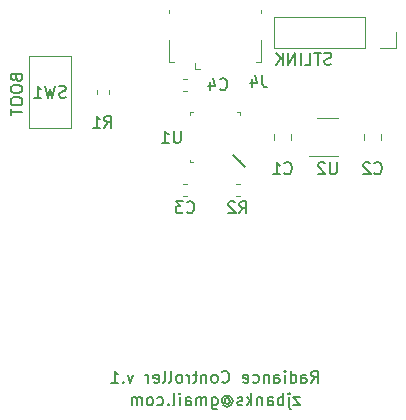
<source format=gbr>
G04 #@! TF.GenerationSoftware,KiCad,Pcbnew,5.1.2-f72e74a~84~ubuntu16.04.1*
G04 #@! TF.CreationDate,2019-07-14T12:51:28-04:00*
G04 #@! TF.ProjectId,radiance_controller,72616469-616e-4636-955f-636f6e74726f,rev?*
G04 #@! TF.SameCoordinates,Original*
G04 #@! TF.FileFunction,Legend,Bot*
G04 #@! TF.FilePolarity,Positive*
%FSLAX46Y46*%
G04 Gerber Fmt 4.6, Leading zero omitted, Abs format (unit mm)*
G04 Created by KiCad (PCBNEW 5.1.2-f72e74a~84~ubuntu16.04.1) date 2019-07-14 12:51:28*
%MOMM*%
%LPD*%
G04 APERTURE LIST*
%ADD10C,0.150000*%
%ADD11C,0.120000*%
G04 APERTURE END LIST*
D10*
X51744571Y-56554857D02*
X51792190Y-56697714D01*
X51839809Y-56745333D01*
X51935047Y-56792952D01*
X52077904Y-56792952D01*
X52173142Y-56745333D01*
X52220761Y-56697714D01*
X52268380Y-56602476D01*
X52268380Y-56221523D01*
X51268380Y-56221523D01*
X51268380Y-56554857D01*
X51316000Y-56650095D01*
X51363619Y-56697714D01*
X51458857Y-56745333D01*
X51554095Y-56745333D01*
X51649333Y-56697714D01*
X51696952Y-56650095D01*
X51744571Y-56554857D01*
X51744571Y-56221523D01*
X51268380Y-57412000D02*
X51268380Y-57602476D01*
X51316000Y-57697714D01*
X51411238Y-57792952D01*
X51601714Y-57840571D01*
X51935047Y-57840571D01*
X52125523Y-57792952D01*
X52220761Y-57697714D01*
X52268380Y-57602476D01*
X52268380Y-57412000D01*
X52220761Y-57316761D01*
X52125523Y-57221523D01*
X51935047Y-57173904D01*
X51601714Y-57173904D01*
X51411238Y-57221523D01*
X51316000Y-57316761D01*
X51268380Y-57412000D01*
X51268380Y-58459619D02*
X51268380Y-58650095D01*
X51316000Y-58745333D01*
X51411238Y-58840571D01*
X51601714Y-58888190D01*
X51935047Y-58888190D01*
X52125523Y-58840571D01*
X52220761Y-58745333D01*
X52268380Y-58650095D01*
X52268380Y-58459619D01*
X52220761Y-58364380D01*
X52125523Y-58269142D01*
X51935047Y-58221523D01*
X51601714Y-58221523D01*
X51411238Y-58269142D01*
X51316000Y-58364380D01*
X51268380Y-58459619D01*
X51268380Y-59173904D02*
X51268380Y-59745333D01*
X52268380Y-59459619D02*
X51268380Y-59459619D01*
X75746666Y-83605714D02*
X75222857Y-83605714D01*
X75746666Y-84272380D01*
X75222857Y-84272380D01*
X74841904Y-83605714D02*
X74841904Y-84462857D01*
X74889523Y-84558095D01*
X74984761Y-84605714D01*
X75032380Y-84605714D01*
X74841904Y-83272380D02*
X74889523Y-83320000D01*
X74841904Y-83367619D01*
X74794285Y-83320000D01*
X74841904Y-83272380D01*
X74841904Y-83367619D01*
X74365714Y-84272380D02*
X74365714Y-83272380D01*
X74365714Y-83653333D02*
X74270476Y-83605714D01*
X74080000Y-83605714D01*
X73984761Y-83653333D01*
X73937142Y-83700952D01*
X73889523Y-83796190D01*
X73889523Y-84081904D01*
X73937142Y-84177142D01*
X73984761Y-84224761D01*
X74080000Y-84272380D01*
X74270476Y-84272380D01*
X74365714Y-84224761D01*
X73032380Y-84272380D02*
X73032380Y-83748571D01*
X73080000Y-83653333D01*
X73175238Y-83605714D01*
X73365714Y-83605714D01*
X73460952Y-83653333D01*
X73032380Y-84224761D02*
X73127619Y-84272380D01*
X73365714Y-84272380D01*
X73460952Y-84224761D01*
X73508571Y-84129523D01*
X73508571Y-84034285D01*
X73460952Y-83939047D01*
X73365714Y-83891428D01*
X73127619Y-83891428D01*
X73032380Y-83843809D01*
X72556190Y-83605714D02*
X72556190Y-84272380D01*
X72556190Y-83700952D02*
X72508571Y-83653333D01*
X72413333Y-83605714D01*
X72270476Y-83605714D01*
X72175238Y-83653333D01*
X72127619Y-83748571D01*
X72127619Y-84272380D01*
X71651428Y-84272380D02*
X71651428Y-83272380D01*
X71556190Y-83891428D02*
X71270476Y-84272380D01*
X71270476Y-83605714D02*
X71651428Y-83986666D01*
X70889523Y-84224761D02*
X70794285Y-84272380D01*
X70603809Y-84272380D01*
X70508571Y-84224761D01*
X70460952Y-84129523D01*
X70460952Y-84081904D01*
X70508571Y-83986666D01*
X70603809Y-83939047D01*
X70746666Y-83939047D01*
X70841904Y-83891428D01*
X70889523Y-83796190D01*
X70889523Y-83748571D01*
X70841904Y-83653333D01*
X70746666Y-83605714D01*
X70603809Y-83605714D01*
X70508571Y-83653333D01*
X69413333Y-83796190D02*
X69460952Y-83748571D01*
X69556190Y-83700952D01*
X69651428Y-83700952D01*
X69746666Y-83748571D01*
X69794285Y-83796190D01*
X69841904Y-83891428D01*
X69841904Y-83986666D01*
X69794285Y-84081904D01*
X69746666Y-84129523D01*
X69651428Y-84177142D01*
X69556190Y-84177142D01*
X69460952Y-84129523D01*
X69413333Y-84081904D01*
X69413333Y-83700952D02*
X69413333Y-84081904D01*
X69365714Y-84129523D01*
X69318095Y-84129523D01*
X69222857Y-84081904D01*
X69175238Y-83986666D01*
X69175238Y-83748571D01*
X69270476Y-83605714D01*
X69413333Y-83510476D01*
X69603809Y-83462857D01*
X69794285Y-83510476D01*
X69937142Y-83605714D01*
X70032380Y-83748571D01*
X70080000Y-83939047D01*
X70032380Y-84129523D01*
X69937142Y-84272380D01*
X69794285Y-84367619D01*
X69603809Y-84415238D01*
X69413333Y-84367619D01*
X69270476Y-84272380D01*
X68318095Y-83605714D02*
X68318095Y-84415238D01*
X68365714Y-84510476D01*
X68413333Y-84558095D01*
X68508571Y-84605714D01*
X68651428Y-84605714D01*
X68746666Y-84558095D01*
X68318095Y-84224761D02*
X68413333Y-84272380D01*
X68603809Y-84272380D01*
X68699047Y-84224761D01*
X68746666Y-84177142D01*
X68794285Y-84081904D01*
X68794285Y-83796190D01*
X68746666Y-83700952D01*
X68699047Y-83653333D01*
X68603809Y-83605714D01*
X68413333Y-83605714D01*
X68318095Y-83653333D01*
X67841904Y-84272380D02*
X67841904Y-83605714D01*
X67841904Y-83700952D02*
X67794285Y-83653333D01*
X67699047Y-83605714D01*
X67556190Y-83605714D01*
X67460952Y-83653333D01*
X67413333Y-83748571D01*
X67413333Y-84272380D01*
X67413333Y-83748571D02*
X67365714Y-83653333D01*
X67270476Y-83605714D01*
X67127619Y-83605714D01*
X67032380Y-83653333D01*
X66984761Y-83748571D01*
X66984761Y-84272380D01*
X66080000Y-84272380D02*
X66080000Y-83748571D01*
X66127619Y-83653333D01*
X66222857Y-83605714D01*
X66413333Y-83605714D01*
X66508571Y-83653333D01*
X66080000Y-84224761D02*
X66175238Y-84272380D01*
X66413333Y-84272380D01*
X66508571Y-84224761D01*
X66556190Y-84129523D01*
X66556190Y-84034285D01*
X66508571Y-83939047D01*
X66413333Y-83891428D01*
X66175238Y-83891428D01*
X66080000Y-83843809D01*
X65603809Y-84272380D02*
X65603809Y-83605714D01*
X65603809Y-83272380D02*
X65651428Y-83320000D01*
X65603809Y-83367619D01*
X65556190Y-83320000D01*
X65603809Y-83272380D01*
X65603809Y-83367619D01*
X64984761Y-84272380D02*
X65080000Y-84224761D01*
X65127619Y-84129523D01*
X65127619Y-83272380D01*
X64603809Y-84177142D02*
X64556190Y-84224761D01*
X64603809Y-84272380D01*
X64651428Y-84224761D01*
X64603809Y-84177142D01*
X64603809Y-84272380D01*
X63699047Y-84224761D02*
X63794285Y-84272380D01*
X63984761Y-84272380D01*
X64080000Y-84224761D01*
X64127619Y-84177142D01*
X64175238Y-84081904D01*
X64175238Y-83796190D01*
X64127619Y-83700952D01*
X64080000Y-83653333D01*
X63984761Y-83605714D01*
X63794285Y-83605714D01*
X63699047Y-83653333D01*
X63127619Y-84272380D02*
X63222857Y-84224761D01*
X63270476Y-84177142D01*
X63318095Y-84081904D01*
X63318095Y-83796190D01*
X63270476Y-83700952D01*
X63222857Y-83653333D01*
X63127619Y-83605714D01*
X62984761Y-83605714D01*
X62889523Y-83653333D01*
X62841904Y-83700952D01*
X62794285Y-83796190D01*
X62794285Y-84081904D01*
X62841904Y-84177142D01*
X62889523Y-84224761D01*
X62984761Y-84272380D01*
X63127619Y-84272380D01*
X62365714Y-84272380D02*
X62365714Y-83605714D01*
X62365714Y-83700952D02*
X62318095Y-83653333D01*
X62222857Y-83605714D01*
X62080000Y-83605714D01*
X61984761Y-83653333D01*
X61937142Y-83748571D01*
X61937142Y-84272380D01*
X61937142Y-83748571D02*
X61889523Y-83653333D01*
X61794285Y-83605714D01*
X61651428Y-83605714D01*
X61556190Y-83653333D01*
X61508571Y-83748571D01*
X61508571Y-84272380D01*
X76746666Y-82367380D02*
X77080000Y-81891190D01*
X77318095Y-82367380D02*
X77318095Y-81367380D01*
X76937142Y-81367380D01*
X76841904Y-81415000D01*
X76794285Y-81462619D01*
X76746666Y-81557857D01*
X76746666Y-81700714D01*
X76794285Y-81795952D01*
X76841904Y-81843571D01*
X76937142Y-81891190D01*
X77318095Y-81891190D01*
X75889523Y-82367380D02*
X75889523Y-81843571D01*
X75937142Y-81748333D01*
X76032380Y-81700714D01*
X76222857Y-81700714D01*
X76318095Y-81748333D01*
X75889523Y-82319761D02*
X75984761Y-82367380D01*
X76222857Y-82367380D01*
X76318095Y-82319761D01*
X76365714Y-82224523D01*
X76365714Y-82129285D01*
X76318095Y-82034047D01*
X76222857Y-81986428D01*
X75984761Y-81986428D01*
X75889523Y-81938809D01*
X74984761Y-82367380D02*
X74984761Y-81367380D01*
X74984761Y-82319761D02*
X75080000Y-82367380D01*
X75270476Y-82367380D01*
X75365714Y-82319761D01*
X75413333Y-82272142D01*
X75460952Y-82176904D01*
X75460952Y-81891190D01*
X75413333Y-81795952D01*
X75365714Y-81748333D01*
X75270476Y-81700714D01*
X75080000Y-81700714D01*
X74984761Y-81748333D01*
X74508571Y-82367380D02*
X74508571Y-81700714D01*
X74508571Y-81367380D02*
X74556190Y-81415000D01*
X74508571Y-81462619D01*
X74460952Y-81415000D01*
X74508571Y-81367380D01*
X74508571Y-81462619D01*
X73603809Y-82367380D02*
X73603809Y-81843571D01*
X73651428Y-81748333D01*
X73746666Y-81700714D01*
X73937142Y-81700714D01*
X74032380Y-81748333D01*
X73603809Y-82319761D02*
X73699047Y-82367380D01*
X73937142Y-82367380D01*
X74032380Y-82319761D01*
X74080000Y-82224523D01*
X74080000Y-82129285D01*
X74032380Y-82034047D01*
X73937142Y-81986428D01*
X73699047Y-81986428D01*
X73603809Y-81938809D01*
X73127619Y-81700714D02*
X73127619Y-82367380D01*
X73127619Y-81795952D02*
X73080000Y-81748333D01*
X72984761Y-81700714D01*
X72841904Y-81700714D01*
X72746666Y-81748333D01*
X72699047Y-81843571D01*
X72699047Y-82367380D01*
X71794285Y-82319761D02*
X71889523Y-82367380D01*
X72080000Y-82367380D01*
X72175238Y-82319761D01*
X72222857Y-82272142D01*
X72270476Y-82176904D01*
X72270476Y-81891190D01*
X72222857Y-81795952D01*
X72175238Y-81748333D01*
X72080000Y-81700714D01*
X71889523Y-81700714D01*
X71794285Y-81748333D01*
X70984761Y-82319761D02*
X71080000Y-82367380D01*
X71270476Y-82367380D01*
X71365714Y-82319761D01*
X71413333Y-82224523D01*
X71413333Y-81843571D01*
X71365714Y-81748333D01*
X71270476Y-81700714D01*
X71080000Y-81700714D01*
X70984761Y-81748333D01*
X70937142Y-81843571D01*
X70937142Y-81938809D01*
X71413333Y-82034047D01*
X69175238Y-82272142D02*
X69222857Y-82319761D01*
X69365714Y-82367380D01*
X69460952Y-82367380D01*
X69603809Y-82319761D01*
X69699047Y-82224523D01*
X69746666Y-82129285D01*
X69794285Y-81938809D01*
X69794285Y-81795952D01*
X69746666Y-81605476D01*
X69699047Y-81510238D01*
X69603809Y-81415000D01*
X69460952Y-81367380D01*
X69365714Y-81367380D01*
X69222857Y-81415000D01*
X69175238Y-81462619D01*
X68603809Y-82367380D02*
X68699047Y-82319761D01*
X68746666Y-82272142D01*
X68794285Y-82176904D01*
X68794285Y-81891190D01*
X68746666Y-81795952D01*
X68699047Y-81748333D01*
X68603809Y-81700714D01*
X68460952Y-81700714D01*
X68365714Y-81748333D01*
X68318095Y-81795952D01*
X68270476Y-81891190D01*
X68270476Y-82176904D01*
X68318095Y-82272142D01*
X68365714Y-82319761D01*
X68460952Y-82367380D01*
X68603809Y-82367380D01*
X67841904Y-81700714D02*
X67841904Y-82367380D01*
X67841904Y-81795952D02*
X67794285Y-81748333D01*
X67699047Y-81700714D01*
X67556190Y-81700714D01*
X67460952Y-81748333D01*
X67413333Y-81843571D01*
X67413333Y-82367380D01*
X67080000Y-81700714D02*
X66699047Y-81700714D01*
X66937142Y-81367380D02*
X66937142Y-82224523D01*
X66889523Y-82319761D01*
X66794285Y-82367380D01*
X66699047Y-82367380D01*
X66365714Y-82367380D02*
X66365714Y-81700714D01*
X66365714Y-81891190D02*
X66318095Y-81795952D01*
X66270476Y-81748333D01*
X66175238Y-81700714D01*
X66080000Y-81700714D01*
X65603809Y-82367380D02*
X65699047Y-82319761D01*
X65746666Y-82272142D01*
X65794285Y-82176904D01*
X65794285Y-81891190D01*
X65746666Y-81795952D01*
X65699047Y-81748333D01*
X65603809Y-81700714D01*
X65460952Y-81700714D01*
X65365714Y-81748333D01*
X65318095Y-81795952D01*
X65270476Y-81891190D01*
X65270476Y-82176904D01*
X65318095Y-82272142D01*
X65365714Y-82319761D01*
X65460952Y-82367380D01*
X65603809Y-82367380D01*
X64699047Y-82367380D02*
X64794285Y-82319761D01*
X64841904Y-82224523D01*
X64841904Y-81367380D01*
X64175238Y-82367380D02*
X64270476Y-82319761D01*
X64318095Y-82224523D01*
X64318095Y-81367380D01*
X63413333Y-82319761D02*
X63508571Y-82367380D01*
X63699047Y-82367380D01*
X63794285Y-82319761D01*
X63841904Y-82224523D01*
X63841904Y-81843571D01*
X63794285Y-81748333D01*
X63699047Y-81700714D01*
X63508571Y-81700714D01*
X63413333Y-81748333D01*
X63365714Y-81843571D01*
X63365714Y-81938809D01*
X63841904Y-82034047D01*
X62937142Y-82367380D02*
X62937142Y-81700714D01*
X62937142Y-81891190D02*
X62889523Y-81795952D01*
X62841904Y-81748333D01*
X62746666Y-81700714D01*
X62651428Y-81700714D01*
X61651428Y-81700714D02*
X61413333Y-82367380D01*
X61175238Y-81700714D01*
X60794285Y-82272142D02*
X60746666Y-82319761D01*
X60794285Y-82367380D01*
X60841904Y-82319761D01*
X60794285Y-82272142D01*
X60794285Y-82367380D01*
X59794285Y-82367380D02*
X60365714Y-82367380D01*
X60080000Y-82367380D02*
X60080000Y-81367380D01*
X60175238Y-81510238D01*
X60270476Y-81605476D01*
X60365714Y-81653095D01*
D11*
X75005000Y-61856252D02*
X75005000Y-61333748D01*
X73585000Y-61856252D02*
X73585000Y-61333748D01*
X70690000Y-63480000D02*
X70690000Y-63705000D01*
X66470000Y-59485000D02*
X66695000Y-59485000D01*
X66470000Y-59710000D02*
X66470000Y-59485000D01*
X66470000Y-63705000D02*
X66695000Y-63705000D01*
X66470000Y-63480000D02*
X66470000Y-63705000D01*
X70690000Y-59485000D02*
X70465000Y-59485000D01*
X70690000Y-59710000D02*
X70690000Y-59485000D01*
D10*
X71120000Y-64135000D02*
X70104000Y-63119000D01*
D11*
X70656267Y-66550000D02*
X70313733Y-66550000D01*
X70656267Y-65530000D02*
X70313733Y-65530000D01*
X66880000Y-55779500D02*
X66880000Y-55329500D01*
X66880000Y-55779500D02*
X67330000Y-55779500D01*
X72480000Y-55229500D02*
X72030000Y-55229500D01*
X72480000Y-53379500D02*
X72480000Y-55229500D01*
X64680000Y-50829500D02*
X64680000Y-51079500D01*
X72480000Y-50829500D02*
X72480000Y-51079500D01*
X64680000Y-53379500D02*
X64680000Y-55229500D01*
X64680000Y-55229500D02*
X65130000Y-55229500D01*
X79005000Y-63205000D02*
X76555000Y-63205000D01*
X77205000Y-59985000D02*
X79005000Y-59985000D01*
X52800000Y-60845000D02*
X56420000Y-60845000D01*
X52800000Y-54725000D02*
X52800000Y-60845000D01*
X56420000Y-54725000D02*
X52800000Y-54725000D01*
X56420000Y-60845000D02*
X56420000Y-54725000D01*
X58545000Y-57956267D02*
X58545000Y-57613733D01*
X59565000Y-57956267D02*
X59565000Y-57613733D01*
X83880000Y-54035000D02*
X83880000Y-52705000D01*
X82550000Y-54035000D02*
X83880000Y-54035000D01*
X81280000Y-54035000D02*
X81280000Y-51375000D01*
X81280000Y-51375000D02*
X73600000Y-51375000D01*
X81280000Y-54035000D02*
X73600000Y-54035000D01*
X73600000Y-54035000D02*
X73600000Y-51375000D01*
X66211267Y-57660000D02*
X65868733Y-57660000D01*
X66211267Y-56640000D02*
X65868733Y-56640000D01*
X66211267Y-66550000D02*
X65868733Y-66550000D01*
X66211267Y-65530000D02*
X65868733Y-65530000D01*
X81205000Y-61856252D02*
X81205000Y-61333748D01*
X82625000Y-61856252D02*
X82625000Y-61333748D01*
D10*
X74461666Y-64619142D02*
X74509285Y-64666761D01*
X74652142Y-64714380D01*
X74747380Y-64714380D01*
X74890238Y-64666761D01*
X74985476Y-64571523D01*
X75033095Y-64476285D01*
X75080714Y-64285809D01*
X75080714Y-64142952D01*
X75033095Y-63952476D01*
X74985476Y-63857238D01*
X74890238Y-63762000D01*
X74747380Y-63714380D01*
X74652142Y-63714380D01*
X74509285Y-63762000D01*
X74461666Y-63809619D01*
X73509285Y-64714380D02*
X74080714Y-64714380D01*
X73795000Y-64714380D02*
X73795000Y-63714380D01*
X73890238Y-63857238D01*
X73985476Y-63952476D01*
X74080714Y-64000095D01*
X65658904Y-61047380D02*
X65658904Y-61856904D01*
X65611285Y-61952142D01*
X65563666Y-61999761D01*
X65468428Y-62047380D01*
X65277952Y-62047380D01*
X65182714Y-61999761D01*
X65135095Y-61952142D01*
X65087476Y-61856904D01*
X65087476Y-61047380D01*
X64087476Y-62047380D02*
X64658904Y-62047380D01*
X64373190Y-62047380D02*
X64373190Y-61047380D01*
X64468428Y-61190238D01*
X64563666Y-61285476D01*
X64658904Y-61333095D01*
X70651666Y-68016380D02*
X70985000Y-67540190D01*
X71223095Y-68016380D02*
X71223095Y-67016380D01*
X70842142Y-67016380D01*
X70746904Y-67064000D01*
X70699285Y-67111619D01*
X70651666Y-67206857D01*
X70651666Y-67349714D01*
X70699285Y-67444952D01*
X70746904Y-67492571D01*
X70842142Y-67540190D01*
X71223095Y-67540190D01*
X70270714Y-67111619D02*
X70223095Y-67064000D01*
X70127857Y-67016380D01*
X69889761Y-67016380D01*
X69794523Y-67064000D01*
X69746904Y-67111619D01*
X69699285Y-67206857D01*
X69699285Y-67302095D01*
X69746904Y-67444952D01*
X70318333Y-68016380D01*
X69699285Y-68016380D01*
X72596333Y-56348380D02*
X72596333Y-57062666D01*
X72643952Y-57205523D01*
X72739190Y-57300761D01*
X72882047Y-57348380D01*
X72977285Y-57348380D01*
X71691571Y-56681714D02*
X71691571Y-57348380D01*
X71929666Y-56300761D02*
X72167761Y-57015047D01*
X71548714Y-57015047D01*
X78866904Y-63714380D02*
X78866904Y-64523904D01*
X78819285Y-64619142D01*
X78771666Y-64666761D01*
X78676428Y-64714380D01*
X78485952Y-64714380D01*
X78390714Y-64666761D01*
X78343095Y-64619142D01*
X78295476Y-64523904D01*
X78295476Y-63714380D01*
X77866904Y-63809619D02*
X77819285Y-63762000D01*
X77724047Y-63714380D01*
X77485952Y-63714380D01*
X77390714Y-63762000D01*
X77343095Y-63809619D01*
X77295476Y-63904857D01*
X77295476Y-64000095D01*
X77343095Y-64142952D01*
X77914523Y-64714380D01*
X77295476Y-64714380D01*
X55943333Y-58189761D02*
X55800476Y-58237380D01*
X55562380Y-58237380D01*
X55467142Y-58189761D01*
X55419523Y-58142142D01*
X55371904Y-58046904D01*
X55371904Y-57951666D01*
X55419523Y-57856428D01*
X55467142Y-57808809D01*
X55562380Y-57761190D01*
X55752857Y-57713571D01*
X55848095Y-57665952D01*
X55895714Y-57618333D01*
X55943333Y-57523095D01*
X55943333Y-57427857D01*
X55895714Y-57332619D01*
X55848095Y-57285000D01*
X55752857Y-57237380D01*
X55514761Y-57237380D01*
X55371904Y-57285000D01*
X55038571Y-57237380D02*
X54800476Y-58237380D01*
X54610000Y-57523095D01*
X54419523Y-58237380D01*
X54181428Y-57237380D01*
X53276666Y-58237380D02*
X53848095Y-58237380D01*
X53562380Y-58237380D02*
X53562380Y-57237380D01*
X53657619Y-57380238D01*
X53752857Y-57475476D01*
X53848095Y-57523095D01*
X59221666Y-60777380D02*
X59555000Y-60301190D01*
X59793095Y-60777380D02*
X59793095Y-59777380D01*
X59412142Y-59777380D01*
X59316904Y-59825000D01*
X59269285Y-59872619D01*
X59221666Y-59967857D01*
X59221666Y-60110714D01*
X59269285Y-60205952D01*
X59316904Y-60253571D01*
X59412142Y-60301190D01*
X59793095Y-60301190D01*
X58269285Y-60777380D02*
X58840714Y-60777380D01*
X58555000Y-60777380D02*
X58555000Y-59777380D01*
X58650238Y-59920238D01*
X58745476Y-60015476D01*
X58840714Y-60063095D01*
X78406333Y-55395761D02*
X78263476Y-55443380D01*
X78025380Y-55443380D01*
X77930142Y-55395761D01*
X77882523Y-55348142D01*
X77834904Y-55252904D01*
X77834904Y-55157666D01*
X77882523Y-55062428D01*
X77930142Y-55014809D01*
X78025380Y-54967190D01*
X78215857Y-54919571D01*
X78311095Y-54871952D01*
X78358714Y-54824333D01*
X78406333Y-54729095D01*
X78406333Y-54633857D01*
X78358714Y-54538619D01*
X78311095Y-54491000D01*
X78215857Y-54443380D01*
X77977761Y-54443380D01*
X77834904Y-54491000D01*
X77549190Y-54443380D02*
X76977761Y-54443380D01*
X77263476Y-55443380D02*
X77263476Y-54443380D01*
X76168238Y-55443380D02*
X76644428Y-55443380D01*
X76644428Y-54443380D01*
X75834904Y-55443380D02*
X75834904Y-54443380D01*
X75358714Y-55443380D02*
X75358714Y-54443380D01*
X74787285Y-55443380D01*
X74787285Y-54443380D01*
X74311095Y-55443380D02*
X74311095Y-54443380D01*
X73739666Y-55443380D02*
X74168238Y-54871952D01*
X73739666Y-54443380D02*
X74311095Y-55014809D01*
X69000666Y-57507142D02*
X69048285Y-57554761D01*
X69191142Y-57602380D01*
X69286380Y-57602380D01*
X69429238Y-57554761D01*
X69524476Y-57459523D01*
X69572095Y-57364285D01*
X69619714Y-57173809D01*
X69619714Y-57030952D01*
X69572095Y-56840476D01*
X69524476Y-56745238D01*
X69429238Y-56650000D01*
X69286380Y-56602380D01*
X69191142Y-56602380D01*
X69048285Y-56650000D01*
X69000666Y-56697619D01*
X68143523Y-56935714D02*
X68143523Y-57602380D01*
X68381619Y-56554761D02*
X68619714Y-57269047D01*
X68000666Y-57269047D01*
X66206666Y-67921142D02*
X66254285Y-67968761D01*
X66397142Y-68016380D01*
X66492380Y-68016380D01*
X66635238Y-67968761D01*
X66730476Y-67873523D01*
X66778095Y-67778285D01*
X66825714Y-67587809D01*
X66825714Y-67444952D01*
X66778095Y-67254476D01*
X66730476Y-67159238D01*
X66635238Y-67064000D01*
X66492380Y-67016380D01*
X66397142Y-67016380D01*
X66254285Y-67064000D01*
X66206666Y-67111619D01*
X65873333Y-67016380D02*
X65254285Y-67016380D01*
X65587619Y-67397333D01*
X65444761Y-67397333D01*
X65349523Y-67444952D01*
X65301904Y-67492571D01*
X65254285Y-67587809D01*
X65254285Y-67825904D01*
X65301904Y-67921142D01*
X65349523Y-67968761D01*
X65444761Y-68016380D01*
X65730476Y-68016380D01*
X65825714Y-67968761D01*
X65873333Y-67921142D01*
X82081666Y-64619142D02*
X82129285Y-64666761D01*
X82272142Y-64714380D01*
X82367380Y-64714380D01*
X82510238Y-64666761D01*
X82605476Y-64571523D01*
X82653095Y-64476285D01*
X82700714Y-64285809D01*
X82700714Y-64142952D01*
X82653095Y-63952476D01*
X82605476Y-63857238D01*
X82510238Y-63762000D01*
X82367380Y-63714380D01*
X82272142Y-63714380D01*
X82129285Y-63762000D01*
X82081666Y-63809619D01*
X81700714Y-63809619D02*
X81653095Y-63762000D01*
X81557857Y-63714380D01*
X81319761Y-63714380D01*
X81224523Y-63762000D01*
X81176904Y-63809619D01*
X81129285Y-63904857D01*
X81129285Y-64000095D01*
X81176904Y-64142952D01*
X81748333Y-64714380D01*
X81129285Y-64714380D01*
M02*

</source>
